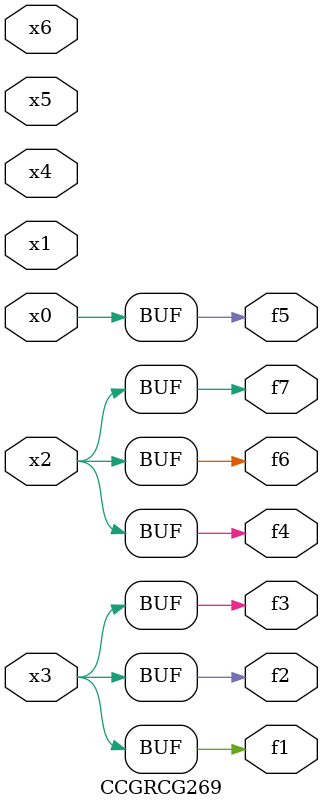
<source format=v>
module CCGRCG269(
	input x0, x1, x2, x3, x4, x5, x6,
	output f1, f2, f3, f4, f5, f6, f7
);
	assign f1 = x3;
	assign f2 = x3;
	assign f3 = x3;
	assign f4 = x2;
	assign f5 = x0;
	assign f6 = x2;
	assign f7 = x2;
endmodule

</source>
